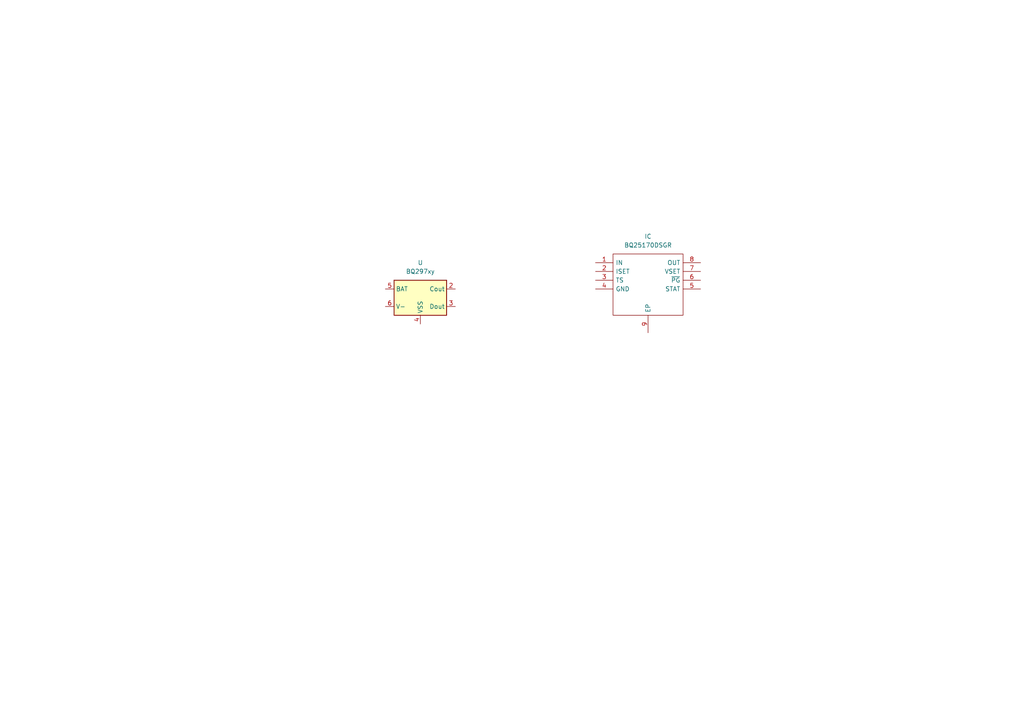
<source format=kicad_sch>
(kicad_sch
	(version 20250114)
	(generator "eeschema")
	(generator_version "9.0")
	(uuid "e01115f2-fb0a-4958-a779-a335dc796c16")
	(paper "A4")
	(lib_symbols
		(symbol "Battery_Management:BQ297xy"
			(exclude_from_sim no)
			(in_bom yes)
			(on_board yes)
			(property "Reference" "U"
				(at -6.35 6.35 0)
				(effects
					(font
						(size 1.27 1.27)
					)
				)
			)
			(property "Value" "BQ297xy"
				(at 5.08 -6.35 0)
				(effects
					(font
						(size 1.27 1.27)
					)
				)
			)
			(property "Footprint" "Package_SON:WSON-6_1.5x1.5mm_P0.5mm"
				(at 0 8.89 0)
				(effects
					(font
						(size 1.27 1.27)
					)
					(hide yes)
				)
			)
			(property "Datasheet" "http://www.ti.com/lit/ds/symlink/bq2970.pdf"
				(at -6.35 5.08 0)
				(effects
					(font
						(size 1.27 1.27)
					)
					(hide yes)
				)
			)
			(property "Description" "Voltage and Current Protection for Single-Cell Li-Ion and Li-Polymer Batteries"
				(at 0 0 0)
				(effects
					(font
						(size 1.27 1.27)
					)
					(hide yes)
				)
			)
			(property "ki_keywords" "protection Li-Ion Li-Pol"
				(at 0 0 0)
				(effects
					(font
						(size 1.27 1.27)
					)
					(hide yes)
				)
			)
			(property "ki_fp_filters" "WSON*1.5x1.5mm*P0.5mm*"
				(at 0 0 0)
				(effects
					(font
						(size 1.27 1.27)
					)
					(hide yes)
				)
			)
			(symbol "BQ297xy_0_1"
				(rectangle
					(start -7.62 5.08)
					(end 7.62 -5.08)
					(stroke
						(width 0.254)
						(type default)
					)
					(fill
						(type background)
					)
				)
			)
			(symbol "BQ297xy_1_1"
				(pin input line
					(at -10.16 2.54 0)
					(length 2.54)
					(name "BAT"
						(effects
							(font
								(size 1.27 1.27)
							)
						)
					)
					(number "5"
						(effects
							(font
								(size 1.27 1.27)
							)
						)
					)
				)
				(pin input line
					(at -10.16 -2.54 0)
					(length 2.54)
					(name "V-"
						(effects
							(font
								(size 1.27 1.27)
							)
						)
					)
					(number "6"
						(effects
							(font
								(size 1.27 1.27)
							)
						)
					)
				)
				(pin power_in line
					(at 0 -7.62 90)
					(length 2.54)
					(name "VSS"
						(effects
							(font
								(size 1.27 1.27)
							)
						)
					)
					(number "4"
						(effects
							(font
								(size 1.27 1.27)
							)
						)
					)
				)
				(pin no_connect line
					(at 7.62 0 180)
					(length 2.54)
					(hide yes)
					(name "NC"
						(effects
							(font
								(size 1.27 1.27)
							)
						)
					)
					(number "1"
						(effects
							(font
								(size 1.27 1.27)
							)
						)
					)
				)
				(pin output line
					(at 10.16 2.54 180)
					(length 2.54)
					(name "Cout"
						(effects
							(font
								(size 1.27 1.27)
							)
						)
					)
					(number "2"
						(effects
							(font
								(size 1.27 1.27)
							)
						)
					)
				)
				(pin output line
					(at 10.16 -2.54 180)
					(length 2.54)
					(name "Dout"
						(effects
							(font
								(size 1.27 1.27)
							)
						)
					)
					(number "3"
						(effects
							(font
								(size 1.27 1.27)
							)
						)
					)
				)
			)
			(embedded_fonts no)
		)
		(symbol "SamacSys_Parts:BQ25170DSGR"
			(pin_names
				(offset 0.762)
			)
			(exclude_from_sim no)
			(in_bom yes)
			(on_board yes)
			(property "Reference" "IC"
				(at 26.67 7.62 0)
				(effects
					(font
						(size 1.27 1.27)
					)
					(justify left)
				)
			)
			(property "Value" "BQ25170DSGR"
				(at 26.67 5.08 0)
				(effects
					(font
						(size 1.27 1.27)
					)
					(justify left)
				)
			)
			(property "Footprint" "SON50P200X200X80-9N"
				(at 26.67 2.54 0)
				(effects
					(font
						(size 1.27 1.27)
					)
					(justify left)
					(hide yes)
				)
			)
			(property "Datasheet" "https://www.ti.com/lit/gpn/bq25170"
				(at 26.67 0 0)
				(effects
					(font
						(size 1.27 1.27)
					)
					(justify left)
					(hide yes)
				)
			)
			(property "Description" "BQ25170DSGR"
				(at 0 0 0)
				(effects
					(font
						(size 1.27 1.27)
					)
					(hide yes)
				)
			)
			(property "Description_1" "BQ25170DSGR"
				(at 26.67 -2.54 0)
				(effects
					(font
						(size 1.27 1.27)
					)
					(justify left)
					(hide yes)
				)
			)
			(property "Height" "0.8"
				(at 26.67 -5.08 0)
				(effects
					(font
						(size 1.27 1.27)
					)
					(justify left)
					(hide yes)
				)
			)
			(property "Manufacturer_Name" "Texas Instruments"
				(at 26.67 -7.62 0)
				(effects
					(font
						(size 1.27 1.27)
					)
					(justify left)
					(hide yes)
				)
			)
			(property "Manufacturer_Part_Number" "BQ25170DSGR"
				(at 26.67 -10.16 0)
				(effects
					(font
						(size 1.27 1.27)
					)
					(justify left)
					(hide yes)
				)
			)
			(property "Mouser Part Number" "595-BQ25170DSGR"
				(at 26.67 -12.7 0)
				(effects
					(font
						(size 1.27 1.27)
					)
					(justify left)
					(hide yes)
				)
			)
			(property "Mouser Price/Stock" "https://www.mouser.co.uk/ProductDetail/Texas-Instruments/BQ25170DSGR?qs=iLbezkQI%252BsiCISFdSxQWaQ%3D%3D"
				(at 26.67 -15.24 0)
				(effects
					(font
						(size 1.27 1.27)
					)
					(justify left)
					(hide yes)
				)
			)
			(property "Arrow Part Number" "BQ25170DSGR"
				(at 26.67 -17.78 0)
				(effects
					(font
						(size 1.27 1.27)
					)
					(justify left)
					(hide yes)
				)
			)
			(property "Arrow Price/Stock" "https://www.arrow.com/en/products/bq25170dsgr/texas-instruments?utm_currency=USD&region=europe"
				(at 26.67 -20.32 0)
				(effects
					(font
						(size 1.27 1.27)
					)
					(justify left)
					(hide yes)
				)
			)
			(symbol "BQ25170DSGR_0_0"
				(pin passive line
					(at 0 0 0)
					(length 5.08)
					(name "IN"
						(effects
							(font
								(size 1.27 1.27)
							)
						)
					)
					(number "1"
						(effects
							(font
								(size 1.27 1.27)
							)
						)
					)
				)
				(pin passive line
					(at 0 -2.54 0)
					(length 5.08)
					(name "ISET"
						(effects
							(font
								(size 1.27 1.27)
							)
						)
					)
					(number "2"
						(effects
							(font
								(size 1.27 1.27)
							)
						)
					)
				)
				(pin passive line
					(at 0 -5.08 0)
					(length 5.08)
					(name "TS"
						(effects
							(font
								(size 1.27 1.27)
							)
						)
					)
					(number "3"
						(effects
							(font
								(size 1.27 1.27)
							)
						)
					)
				)
				(pin passive line
					(at 0 -7.62 0)
					(length 5.08)
					(name "GND"
						(effects
							(font
								(size 1.27 1.27)
							)
						)
					)
					(number "4"
						(effects
							(font
								(size 1.27 1.27)
							)
						)
					)
				)
				(pin passive line
					(at 15.24 -20.32 90)
					(length 5.08)
					(name "EP"
						(effects
							(font
								(size 1.27 1.27)
							)
						)
					)
					(number "9"
						(effects
							(font
								(size 1.27 1.27)
							)
						)
					)
				)
				(pin passive line
					(at 30.48 0 180)
					(length 5.08)
					(name "OUT"
						(effects
							(font
								(size 1.27 1.27)
							)
						)
					)
					(number "8"
						(effects
							(font
								(size 1.27 1.27)
							)
						)
					)
				)
				(pin passive line
					(at 30.48 -2.54 180)
					(length 5.08)
					(name "VSET"
						(effects
							(font
								(size 1.27 1.27)
							)
						)
					)
					(number "7"
						(effects
							(font
								(size 1.27 1.27)
							)
						)
					)
				)
				(pin passive line
					(at 30.48 -5.08 180)
					(length 5.08)
					(name "~{PG}"
						(effects
							(font
								(size 1.27 1.27)
							)
						)
					)
					(number "6"
						(effects
							(font
								(size 1.27 1.27)
							)
						)
					)
				)
				(pin passive line
					(at 30.48 -7.62 180)
					(length 5.08)
					(name "STAT"
						(effects
							(font
								(size 1.27 1.27)
							)
						)
					)
					(number "5"
						(effects
							(font
								(size 1.27 1.27)
							)
						)
					)
				)
			)
			(symbol "BQ25170DSGR_0_1"
				(polyline
					(pts
						(xy 5.08 2.54) (xy 25.4 2.54) (xy 25.4 -15.24) (xy 5.08 -15.24) (xy 5.08 2.54)
					)
					(stroke
						(width 0.1524)
						(type solid)
					)
					(fill
						(type none)
					)
				)
			)
			(embedded_fonts no)
		)
	)
	(symbol
		(lib_id "Battery_Management:BQ297xy")
		(at 121.92 86.36 0)
		(unit 1)
		(exclude_from_sim no)
		(in_bom yes)
		(on_board yes)
		(dnp no)
		(fields_autoplaced yes)
		(uuid "3f99c896-bb43-4a09-b858-0f1b2ee323ab")
		(property "Reference" "U"
			(at 121.92 76.2 0)
			(effects
				(font
					(size 1.27 1.27)
				)
			)
		)
		(property "Value" "BQ297xy"
			(at 121.92 78.74 0)
			(effects
				(font
					(size 1.27 1.27)
				)
			)
		)
		(property "Footprint" "Package_SON:WSON-6_1.5x1.5mm_P0.5mm"
			(at 121.92 77.47 0)
			(effects
				(font
					(size 1.27 1.27)
				)
				(hide yes)
			)
		)
		(property "Datasheet" "http://www.ti.com/lit/ds/symlink/bq2970.pdf"
			(at 115.57 81.28 0)
			(effects
				(font
					(size 1.27 1.27)
				)
				(hide yes)
			)
		)
		(property "Description" "Voltage and Current Protection for Single-Cell Li-Ion and Li-Polymer Batteries"
			(at 121.92 86.36 0)
			(effects
				(font
					(size 1.27 1.27)
				)
				(hide yes)
			)
		)
		(pin "2"
			(uuid "201352da-4eb1-4241-9bc1-e144a71feca5")
		)
		(pin "6"
			(uuid "15fb7e1c-78a5-4efa-9fea-5bbeaf82c97e")
		)
		(pin "4"
			(uuid "4db92c38-6375-41cc-9bd2-adcb81ad562d")
		)
		(pin "5"
			(uuid "355f39b0-2e6c-4aed-bc34-0fb499f086cf")
		)
		(pin "3"
			(uuid "1850654c-b6fe-4830-a02f-838409b5c409")
		)
		(pin "1"
			(uuid "ca2bf4f9-9b91-406f-bace-8d6c59fe8a9f")
		)
		(instances)
	)
	(symbol
		(lib_id "SamacSys_Parts:BQ25170DSGR")
		(at 172.72 76.2 0)
		(unit 1)
		(exclude_from_sim no)
		(in_bom yes)
		(on_board yes)
		(dnp no)
		(fields_autoplaced yes)
		(uuid "fd2dcd7d-db17-4e3f-b3d4-230708118db7")
		(property "Reference" "IC"
			(at 187.96 68.58 0)
			(effects
				(font
					(size 1.27 1.27)
				)
			)
		)
		(property "Value" "BQ25170DSGR"
			(at 187.96 71.12 0)
			(effects
				(font
					(size 1.27 1.27)
				)
			)
		)
		(property "Footprint" "SON50P200X200X80-9N"
			(at 199.39 73.66 0)
			(effects
				(font
					(size 1.27 1.27)
				)
				(justify left)
				(hide yes)
			)
		)
		(property "Datasheet" "https://www.ti.com/lit/gpn/bq25170"
			(at 199.39 76.2 0)
			(effects
				(font
					(size 1.27 1.27)
				)
				(justify left)
				(hide yes)
			)
		)
		(property "Description" "BQ25170DSGR"
			(at 172.72 76.2 0)
			(effects
				(font
					(size 1.27 1.27)
				)
				(hide yes)
			)
		)
		(property "Description_1" "BQ25170DSGR"
			(at 199.39 78.74 0)
			(effects
				(font
					(size 1.27 1.27)
				)
				(justify left)
				(hide yes)
			)
		)
		(property "Height" "0.8"
			(at 199.39 81.28 0)
			(effects
				(font
					(size 1.27 1.27)
				)
				(justify left)
				(hide yes)
			)
		)
		(property "Manufacturer_Name" "Texas Instruments"
			(at 199.39 83.82 0)
			(effects
				(font
					(size 1.27 1.27)
				)
				(justify left)
				(hide yes)
			)
		)
		(property "Manufacturer_Part_Number" "BQ25170DSGR"
			(at 199.39 86.36 0)
			(effects
				(font
					(size 1.27 1.27)
				)
				(justify left)
				(hide yes)
			)
		)
		(property "Mouser Part Number" "595-BQ25170DSGR"
			(at 199.39 88.9 0)
			(effects
				(font
					(size 1.27 1.27)
				)
				(justify left)
				(hide yes)
			)
		)
		(property "Mouser Price/Stock" "https://www.mouser.co.uk/ProductDetail/Texas-Instruments/BQ25170DSGR?qs=iLbezkQI%252BsiCISFdSxQWaQ%3D%3D"
			(at 199.39 91.44 0)
			(effects
				(font
					(size 1.27 1.27)
				)
				(justify left)
				(hide yes)
			)
		)
		(property "Arrow Part Number" "BQ25170DSGR"
			(at 199.39 93.98 0)
			(effects
				(font
					(size 1.27 1.27)
				)
				(justify left)
				(hide yes)
			)
		)
		(property "Arrow Price/Stock" "https://www.arrow.com/en/products/bq25170dsgr/texas-instruments?utm_currency=USD&region=europe"
			(at 199.39 96.52 0)
			(effects
				(font
					(size 1.27 1.27)
				)
				(justify left)
				(hide yes)
			)
		)
		(pin "3"
			(uuid "60e569f2-c1b6-42df-904f-ed2d6701a1f5")
		)
		(pin "1"
			(uuid "e6f10806-3ba8-448b-967b-2952b78c7bf8")
		)
		(pin "2"
			(uuid "d1a65311-7a11-4d16-b7a0-502447897052")
		)
		(pin "9"
			(uuid "a22f620c-106b-4739-b295-b065288a3f63")
		)
		(pin "4"
			(uuid "8c774d22-6ada-4f46-b360-9a312d93f2c2")
		)
		(pin "7"
			(uuid "08d0c143-389c-4687-a307-42b49016a565")
		)
		(pin "8"
			(uuid "b628657a-21c4-4eba-ab1f-ba35dc7eb465")
		)
		(pin "6"
			(uuid "eaea24cf-cffe-4104-b956-722c91c30f57")
		)
		(pin "5"
			(uuid "c81b92f7-243f-47a1-bc72-b02452b7cffd")
		)
		(instances)
	)
)

</source>
